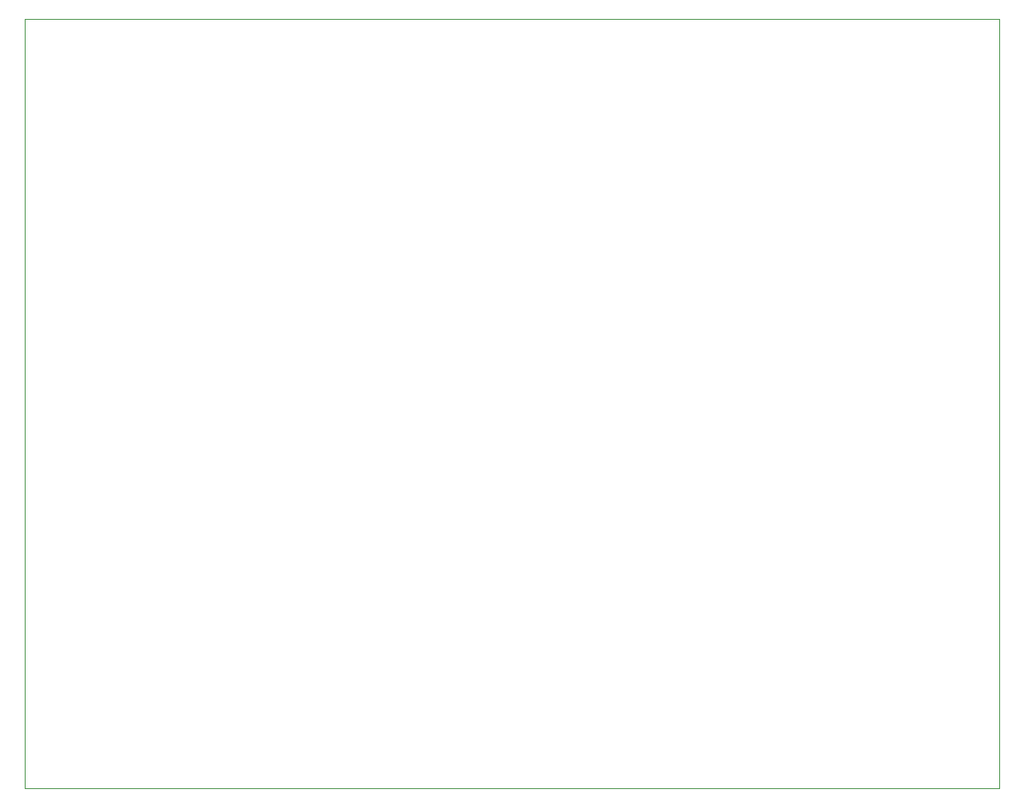
<source format=gm1>
G04 #@! TF.GenerationSoftware,KiCad,Pcbnew,9.0.2*
G04 #@! TF.CreationDate,2025-07-06T18:44:47-06:00*
G04 #@! TF.ProjectId,MMS_SSTC,4d4d535f-5353-4544-932e-6b696361645f,0.0.0*
G04 #@! TF.SameCoordinates,Original*
G04 #@! TF.FileFunction,Profile,NP*
%FSLAX46Y46*%
G04 Gerber Fmt 4.6, Leading zero omitted, Abs format (unit mm)*
G04 Created by KiCad (PCBNEW 9.0.2) date 2025-07-06 18:44:47*
%MOMM*%
%LPD*%
G01*
G04 APERTURE LIST*
G04 #@! TA.AperFunction,Profile*
%ADD10C,0.050000*%
G04 #@! TD*
G04 APERTURE END LIST*
D10*
X59500000Y-29000000D02*
X159500000Y-29000000D01*
X159500000Y-108000000D01*
X59500000Y-108000000D01*
X59500000Y-29000000D01*
M02*

</source>
